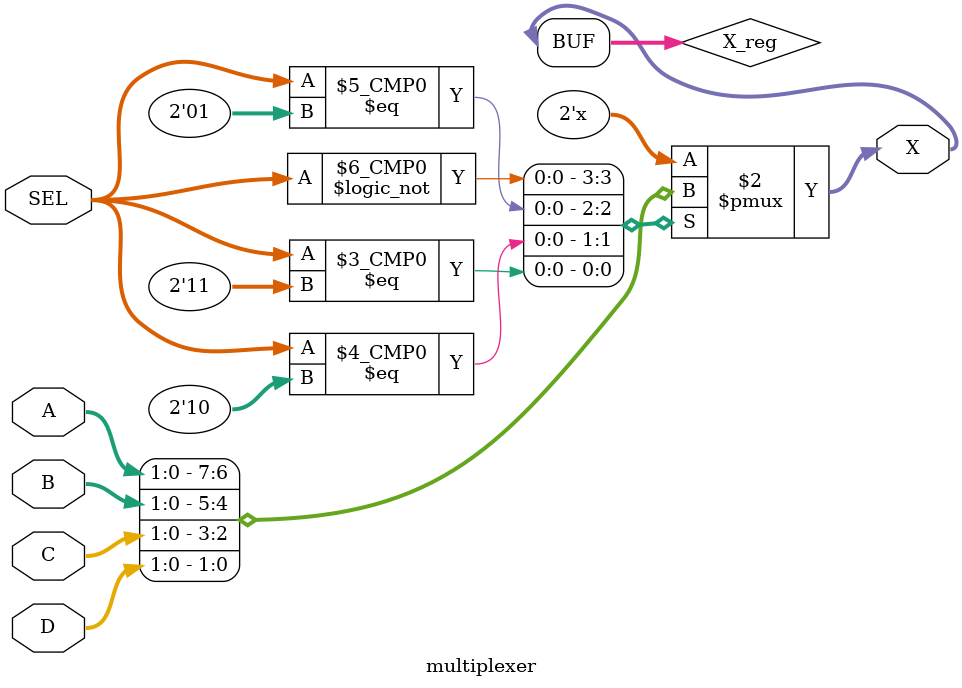
<source format=v>
`timescale 1ns / 1ps


module multiplexer(
    input [1:0] A,
    input [1:0] B,
    input [1:0] C,
    input [1:0] D,
    input [1:0] SEL,
    output [1:0] X
);
    reg [1:0] X_reg;

    always @(*) begin
        case (SEL)
            2'b00: X_reg = A;
            2'b01: X_reg = B;
            2'b10: X_reg = C;
            2'b11: X_reg = D;
            default: X_reg = 2'bxx; // For an undefined state
        endcase
    end

    assign X = X_reg; // Continuous assignment to output
endmodule




</source>
